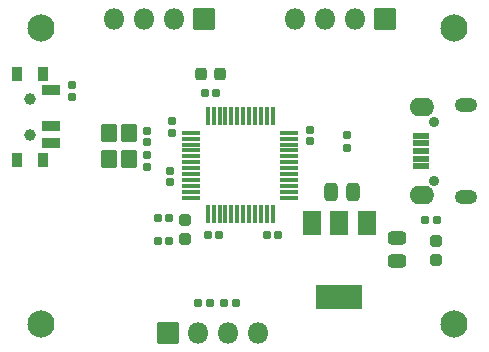
<source format=gbr>
%TF.GenerationSoftware,KiCad,Pcbnew,(6.0.9)*%
%TF.CreationDate,2022-12-17T23:29:56-06:00*%
%TF.ProjectId,STM32_Bluepill,53544d33-325f-4426-9c75-6570696c6c2e,A*%
%TF.SameCoordinates,Original*%
%TF.FileFunction,Soldermask,Top*%
%TF.FilePolarity,Negative*%
%FSLAX46Y46*%
G04 Gerber Fmt 4.6, Leading zero omitted, Abs format (unit mm)*
G04 Created by KiCad (PCBNEW (6.0.9)) date 2022-12-17 23:29:56*
%MOMM*%
%LPD*%
G01*
G04 APERTURE LIST*
G04 Aperture macros list*
%AMRoundRect*
0 Rectangle with rounded corners*
0 $1 Rounding radius*
0 $2 $3 $4 $5 $6 $7 $8 $9 X,Y pos of 4 corners*
0 Add a 4 corners polygon primitive as box body*
4,1,4,$2,$3,$4,$5,$6,$7,$8,$9,$2,$3,0*
0 Add four circle primitives for the rounded corners*
1,1,$1+$1,$2,$3*
1,1,$1+$1,$4,$5*
1,1,$1+$1,$6,$7*
1,1,$1+$1,$8,$9*
0 Add four rect primitives between the rounded corners*
20,1,$1+$1,$2,$3,$4,$5,0*
20,1,$1+$1,$4,$5,$6,$7,0*
20,1,$1+$1,$6,$7,$8,$9,0*
20,1,$1+$1,$8,$9,$2,$3,0*%
G04 Aperture macros list end*
%ADD10RoundRect,0.125800X-0.662500X-0.075000X0.662500X-0.075000X0.662500X0.075000X-0.662500X0.075000X0*%
%ADD11RoundRect,0.125800X-0.075000X-0.662500X0.075000X-0.662500X0.075000X0.662500X-0.075000X0.662500X0*%
%ADD12RoundRect,0.050800X-0.850000X0.850000X-0.850000X-0.850000X0.850000X-0.850000X0.850000X0.850000X0*%
%ADD13O,1.801600X1.801600*%
%ADD14RoundRect,0.185800X0.135000X0.185000X-0.135000X0.185000X-0.135000X-0.185000X0.135000X-0.185000X0*%
%ADD15O,0.901600X0.901600*%
%ADD16RoundRect,0.050800X0.650000X-0.225000X0.650000X0.225000X-0.650000X0.225000X-0.650000X-0.225000X0*%
%ADD17O,2.101600X1.551600*%
%ADD18O,1.901600X1.251600*%
%ADD19RoundRect,0.190800X0.170000X-0.140000X0.170000X0.140000X-0.170000X0.140000X-0.170000X-0.140000X0*%
%ADD20C,2.301600*%
%ADD21C,1.001600*%
%ADD22RoundRect,0.050800X-0.400000X0.500000X-0.400000X-0.500000X0.400000X-0.500000X0.400000X0.500000X0*%
%ADD23RoundRect,0.050800X-0.750000X0.350000X-0.750000X-0.350000X0.750000X-0.350000X0.750000X0.350000X0*%
%ADD24RoundRect,0.300800X0.475000X-0.250000X0.475000X0.250000X-0.475000X0.250000X-0.475000X-0.250000X0*%
%ADD25RoundRect,0.190800X0.140000X0.170000X-0.140000X0.170000X-0.140000X-0.170000X0.140000X-0.170000X0*%
%ADD26RoundRect,0.050800X0.850000X-0.850000X0.850000X0.850000X-0.850000X0.850000X-0.850000X-0.850000X0*%
%ADD27RoundRect,0.050800X-0.750000X1.000000X-0.750000X-1.000000X0.750000X-1.000000X0.750000X1.000000X0*%
%ADD28RoundRect,0.050800X-1.900000X1.000000X-1.900000X-1.000000X1.900000X-1.000000X1.900000X1.000000X0*%
%ADD29RoundRect,0.275800X-0.225000X-0.250000X0.225000X-0.250000X0.225000X0.250000X-0.225000X0.250000X0*%
%ADD30RoundRect,0.190800X-0.170000X0.140000X-0.170000X-0.140000X0.170000X-0.140000X0.170000X0.140000X0*%
%ADD31RoundRect,0.269550X-0.256250X0.218750X-0.256250X-0.218750X0.256250X-0.218750X0.256250X0.218750X0*%
%ADD32RoundRect,0.050800X-0.600000X0.700000X-0.600000X-0.700000X0.600000X-0.700000X0.600000X0.700000X0*%
%ADD33RoundRect,0.190800X-0.140000X-0.170000X0.140000X-0.170000X0.140000X0.170000X-0.140000X0.170000X0*%
%ADD34RoundRect,0.185800X0.185000X-0.135000X0.185000X0.135000X-0.185000X0.135000X-0.185000X-0.135000X0*%
%ADD35RoundRect,0.185800X-0.185000X0.135000X-0.185000X-0.135000X0.185000X-0.135000X0.185000X0.135000X0*%
%ADD36RoundRect,0.300800X-0.250000X-0.475000X0.250000X-0.475000X0.250000X0.475000X-0.250000X0.475000X0*%
%ADD37RoundRect,0.185800X-0.135000X-0.185000X0.135000X-0.185000X0.135000X0.185000X-0.135000X0.185000X0*%
G04 APERTURE END LIST*
D10*
%TO.C,U1*%
X175137500Y-88850000D03*
X175137500Y-89350000D03*
X175137500Y-89850000D03*
X175137500Y-90350000D03*
X175137500Y-90850000D03*
X175137500Y-91350000D03*
X175137500Y-91850000D03*
X175137500Y-92350000D03*
X175137500Y-92850000D03*
X175137500Y-93350000D03*
X175137500Y-93850000D03*
X175137500Y-94350000D03*
D11*
X176550000Y-95762500D03*
X177050000Y-95762500D03*
X177550000Y-95762500D03*
X178050000Y-95762500D03*
X178550000Y-95762500D03*
X179050000Y-95762500D03*
X179550000Y-95762500D03*
X180050000Y-95762500D03*
X180550000Y-95762500D03*
X181050000Y-95762500D03*
X181550000Y-95762500D03*
X182050000Y-95762500D03*
D10*
X183462500Y-94350000D03*
X183462500Y-93850000D03*
X183462500Y-93350000D03*
X183462500Y-92850000D03*
X183462500Y-92350000D03*
X183462500Y-91850000D03*
X183462500Y-91350000D03*
X183462500Y-90850000D03*
X183462500Y-90350000D03*
X183462500Y-89850000D03*
X183462500Y-89350000D03*
X183462500Y-88850000D03*
D11*
X182050000Y-87437500D03*
X181550000Y-87437500D03*
X181050000Y-87437500D03*
X180550000Y-87437500D03*
X180050000Y-87437500D03*
X179550000Y-87437500D03*
X179050000Y-87437500D03*
X178550000Y-87437500D03*
X178050000Y-87437500D03*
X177550000Y-87437500D03*
X177050000Y-87437500D03*
X176550000Y-87437500D03*
%TD*%
D12*
%TO.C,J2*%
X176200000Y-79200000D03*
D13*
X173660000Y-79200000D03*
X171120000Y-79200000D03*
X168580000Y-79200000D03*
%TD*%
D14*
%TO.C,R5*%
X195963000Y-96266000D03*
X194943000Y-96266000D03*
%TD*%
D15*
%TO.C,J1*%
X195700000Y-87900000D03*
X195700000Y-92900000D03*
D16*
X194600000Y-91700000D03*
X194600000Y-91050000D03*
X194600000Y-90400000D03*
X194600000Y-89750000D03*
X194600000Y-89100000D03*
D17*
X194650000Y-94125000D03*
D18*
X198450000Y-86525000D03*
D17*
X194650000Y-86675000D03*
D18*
X198450000Y-94275000D03*
%TD*%
D19*
%TO.C,C2*%
X173483000Y-88854000D03*
X173483000Y-87894000D03*
%TD*%
D20*
%TO.C,H4*%
X162400000Y-80000000D03*
%TD*%
D21*
%TO.C,SW_1*%
X161500000Y-89000000D03*
D22*
X160400000Y-83850000D03*
D21*
X161500000Y-86000000D03*
D22*
X162610000Y-83850000D03*
X160400000Y-91150000D03*
X162610000Y-91150000D03*
D23*
X163260000Y-85250000D03*
X163260000Y-88250000D03*
X163260000Y-89750000D03*
%TD*%
D24*
%TO.C,C13*%
X192600000Y-99700000D03*
X192600000Y-97800000D03*
%TD*%
D25*
%TO.C,C7*%
X173303000Y-96045000D03*
X172343000Y-96045000D03*
%TD*%
%TO.C,C8*%
X173303000Y-98024000D03*
X172343000Y-98024000D03*
%TD*%
D26*
%TO.C,J4*%
X173200000Y-105800000D03*
D13*
X175740000Y-105800000D03*
X178280000Y-105800000D03*
X180820000Y-105800000D03*
%TD*%
D19*
%TO.C,C10*%
X171400000Y-89669000D03*
X171400000Y-88709000D03*
%TD*%
D27*
%TO.C,U2*%
X190000000Y-96450000D03*
X187700000Y-96450000D03*
D28*
X187700000Y-102750000D03*
D27*
X185400000Y-96450000D03*
%TD*%
D29*
%TO.C,C1*%
X176008000Y-83874000D03*
X177558000Y-83874000D03*
%TD*%
D30*
%TO.C,C4*%
X185183000Y-88594000D03*
X185183000Y-89554000D03*
%TD*%
D31*
%TO.C,FB1*%
X174621000Y-96236500D03*
X174621000Y-97811500D03*
%TD*%
D14*
%TO.C,R3*%
X176710000Y-103260000D03*
X175690000Y-103260000D03*
%TD*%
D32*
%TO.C,Y1*%
X168176000Y-88900000D03*
X168176000Y-91100000D03*
X169876000Y-91100000D03*
X169876000Y-88900000D03*
%TD*%
D12*
%TO.C,J3*%
X191600000Y-79200000D03*
D13*
X189060000Y-79200000D03*
X186520000Y-79200000D03*
X183980000Y-79200000D03*
%TD*%
D20*
%TO.C,H3*%
X197400000Y-80000000D03*
%TD*%
D33*
%TO.C,C5*%
X176303000Y-85474000D03*
X177263000Y-85474000D03*
%TD*%
D19*
%TO.C,C6*%
X173383000Y-93054000D03*
X173383000Y-92094000D03*
%TD*%
D33*
%TO.C,C9*%
X176553000Y-97524000D03*
X177513000Y-97524000D03*
%TD*%
D20*
%TO.C,H2*%
X197400000Y-105000000D03*
%TD*%
D34*
%TO.C,R1*%
X165049200Y-85854000D03*
X165049200Y-84834000D03*
%TD*%
D19*
%TO.C,C11*%
X171400000Y-91707000D03*
X171400000Y-90747000D03*
%TD*%
D35*
%TO.C,R2*%
X188300000Y-89080000D03*
X188300000Y-90100000D03*
%TD*%
D36*
%TO.C,C12*%
X186950000Y-93900000D03*
X188850000Y-93900000D03*
%TD*%
D31*
%TO.C,D1*%
X195900000Y-98025000D03*
X195900000Y-99600000D03*
%TD*%
D25*
%TO.C,C3*%
X182500000Y-97524000D03*
X181540000Y-97524000D03*
%TD*%
D20*
%TO.C,H1*%
X162400000Y-105000000D03*
%TD*%
D37*
%TO.C,R4*%
X177890000Y-103260000D03*
X178910000Y-103260000D03*
%TD*%
M02*

</source>
